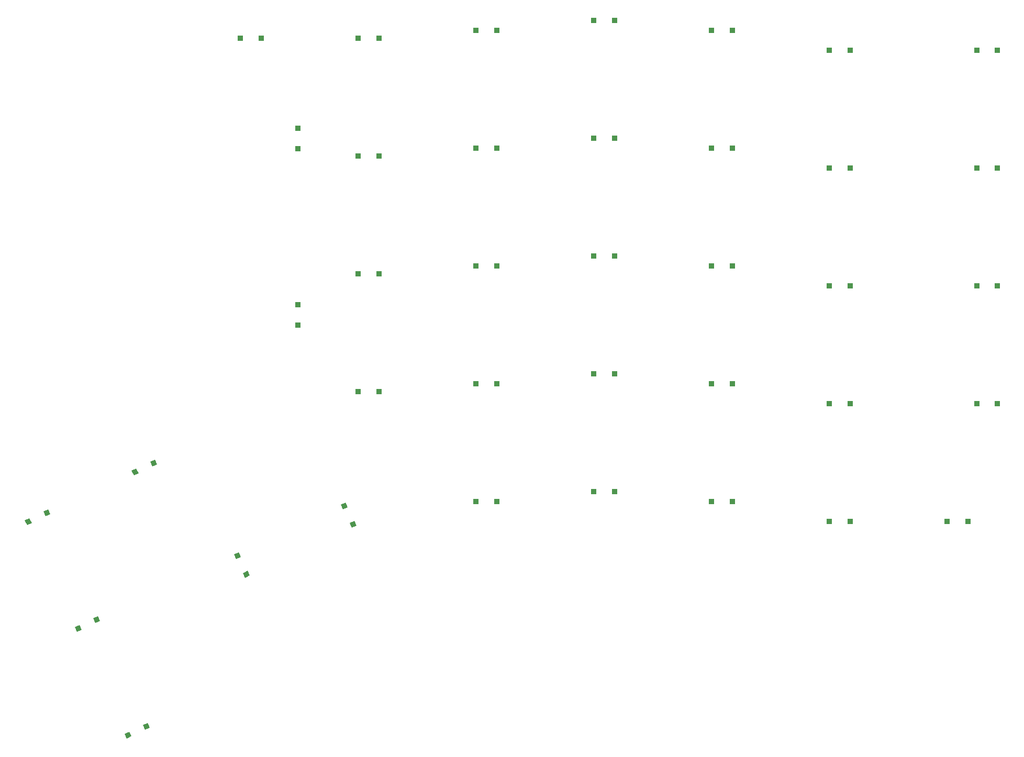
<source format=gbp>
G04 #@! TF.GenerationSoftware,KiCad,Pcbnew,5.0.2+dfsg1-1*
G04 #@! TF.CreationDate,2021-01-12T18:46:28+01:00*
G04 #@! TF.ProjectId,ErgoDOX,4572676f-444f-4582-9e6b-696361645f70,rev?*
G04 #@! TF.SameCoordinates,Original*
G04 #@! TF.FileFunction,Paste,Bot*
G04 #@! TF.FilePolarity,Positive*
%FSLAX46Y46*%
G04 Gerber Fmt 4.6, Leading zero omitted, Abs format (unit mm)*
G04 Created by KiCad (PCBNEW 5.0.2+dfsg1-1) date Tue 12 Jan 2021 06:46:28 PM CET*
%MOMM*%
%LPD*%
G01*
G04 APERTURE LIST*
%ADD10R,0.838200X0.838200*%
%ADD11C,0.838200*%
%ADD12C,0.150000*%
G04 APERTURE END LIST*
D10*
G04 #@! TO.C,SW1:9*
X112153700Y-147647660D03*
X108826300Y-147647660D03*
G04 #@! TD*
D11*
G04 #@! TO.C,SW0:10*
X87505815Y-148337305D03*
D12*
G36*
X88062768Y-148540019D02*
X87303101Y-148894258D01*
X86948862Y-148134591D01*
X87708529Y-147780352D01*
X88062768Y-148540019D01*
X88062768Y-148540019D01*
G37*
D11*
X88912035Y-151352953D03*
D12*
G36*
X89468988Y-151555667D02*
X88709321Y-151909906D01*
X88355082Y-151150239D01*
X89114749Y-150796000D01*
X89468988Y-151555667D01*
X89468988Y-151555667D01*
G37*
G04 #@! TD*
D10*
G04 #@! TO.C,SW1:13*
X185026300Y-150822660D03*
X188353700Y-150822660D03*
G04 #@! TD*
G04 #@! TO.C,SW2:13*
X189788800Y-131772660D03*
X193116200Y-131772660D03*
G04 #@! TD*
G04 #@! TO.C,SW3:13*
X193116200Y-112722660D03*
X189788800Y-112722660D03*
G04 #@! TD*
G04 #@! TO.C,SW4:13*
X193116200Y-93672660D03*
X189788800Y-93672660D03*
G04 #@! TD*
G04 #@! TO.C,SW5:13*
X189788800Y-74625200D03*
X193116200Y-74625200D03*
G04 #@! TD*
G04 #@! TO.C,SW5:8*
X93103700Y-72720200D03*
X89776300Y-72720200D03*
G04 #@! TD*
G04 #@! TO.C,SW4:11*
X150253700Y-90497660D03*
X146926300Y-90497660D03*
G04 #@! TD*
D11*
G04 #@! TO.C,SW0:11*
X70241435Y-156389105D03*
D12*
G36*
X70798388Y-156591819D02*
X70038721Y-156946058D01*
X69684482Y-156186391D01*
X70444149Y-155832152D01*
X70798388Y-156591819D01*
X70798388Y-156591819D01*
G37*
D11*
X71647655Y-159404753D03*
D12*
G36*
X72204608Y-159607467D02*
X71444941Y-159961706D01*
X71090702Y-159202039D01*
X71850369Y-158847800D01*
X72204608Y-159607467D01*
X72204608Y-159607467D01*
G37*
G04 #@! TD*
D10*
G04 #@! TO.C,SW1:10*
X131203700Y-146050000D03*
X127876300Y-146050000D03*
G04 #@! TD*
G04 #@! TO.C,SW1:12*
X169303700Y-150822660D03*
X165976300Y-150822660D03*
G04 #@! TD*
G04 #@! TO.C,SW2:8*
X93103700Y-129867660D03*
X89776300Y-129867660D03*
G04 #@! TD*
G04 #@! TO.C,SW2:9*
X112153700Y-128597660D03*
X108826300Y-128597660D03*
G04 #@! TD*
G04 #@! TO.C,SW2:10*
X131203700Y-127000000D03*
X127876300Y-127000000D03*
G04 #@! TD*
G04 #@! TO.C,SW2:11*
X150253700Y-128597660D03*
X146926300Y-128597660D03*
G04 #@! TD*
G04 #@! TO.C,SW2:12*
X169303700Y-131772660D03*
X165976300Y-131772660D03*
G04 #@! TD*
G04 #@! TO.C,SW3:8*
X93103700Y-110817660D03*
X89776300Y-110817660D03*
G04 #@! TD*
G04 #@! TO.C,SW3:9*
X112153700Y-109547660D03*
X108826300Y-109547660D03*
G04 #@! TD*
G04 #@! TO.C,SW3:10*
X131203700Y-107950000D03*
X127876300Y-107950000D03*
G04 #@! TD*
G04 #@! TO.C,SW3:11*
X150253700Y-109547660D03*
X146926300Y-109547660D03*
G04 #@! TD*
G04 #@! TO.C,SW4:9*
X112153700Y-90497660D03*
X108826300Y-90497660D03*
G04 #@! TD*
G04 #@! TO.C,SW4:10*
X131203700Y-88900000D03*
X127876300Y-88900000D03*
G04 #@! TD*
G04 #@! TO.C,SW4:12*
X169303700Y-93672660D03*
X165976300Y-93672660D03*
G04 #@! TD*
G04 #@! TO.C,SW1:11*
X150253700Y-147647660D03*
X146926300Y-147647660D03*
G04 #@! TD*
G04 #@! TO.C,SW5:9*
X112153700Y-71447660D03*
X108826300Y-71447660D03*
G04 #@! TD*
G04 #@! TO.C,SW5:10*
X131203700Y-69850000D03*
X127876300Y-69850000D03*
G04 #@! TD*
G04 #@! TO.C,SW5:11*
X150253700Y-71447660D03*
X146926300Y-71447660D03*
G04 #@! TD*
G04 #@! TO.C,SW5:12*
X169303700Y-74625200D03*
X165976300Y-74625200D03*
G04 #@! TD*
D11*
G04 #@! TO.C,SW0:8*
X56691495Y-141422395D03*
D12*
G36*
X56488781Y-141979348D02*
X56134542Y-141219681D01*
X56894209Y-140865442D01*
X57248448Y-141625109D01*
X56488781Y-141979348D01*
X56488781Y-141979348D01*
G37*
D11*
X53675847Y-142828615D03*
D12*
G36*
X53473133Y-143385568D02*
X53118894Y-142625901D01*
X53878561Y-142271662D01*
X54232800Y-143031329D01*
X53473133Y-143385568D01*
X53473133Y-143385568D01*
G37*
G04 #@! TD*
D11*
G04 #@! TO.C,SW0:7*
X39427115Y-149471655D03*
D12*
G36*
X39224401Y-150028608D02*
X38870162Y-149268941D01*
X39629829Y-148914702D01*
X39984068Y-149674369D01*
X39224401Y-150028608D01*
X39224401Y-150028608D01*
G37*
D11*
X36411467Y-150877875D03*
D12*
G36*
X36208753Y-151434828D02*
X35854514Y-150675161D01*
X36614181Y-150320922D01*
X36968420Y-151080589D01*
X36208753Y-151434828D01*
X36208753Y-151434828D01*
G37*
G04 #@! TD*
D11*
G04 #@! TO.C,SW0:12*
X55528175Y-184002955D03*
D12*
G36*
X55325461Y-184559908D02*
X54971222Y-183800241D01*
X55730889Y-183446002D01*
X56085128Y-184205669D01*
X55325461Y-184559908D01*
X55325461Y-184559908D01*
G37*
D11*
X52512527Y-185409175D03*
D12*
G36*
X52309813Y-185966128D02*
X51955574Y-185206461D01*
X52715241Y-184852222D01*
X53069480Y-185611889D01*
X52309813Y-185966128D01*
X52309813Y-185966128D01*
G37*
G04 #@! TD*
D11*
G04 #@! TO.C,SW0:9*
X47476375Y-166736035D03*
D12*
G36*
X47273661Y-167292988D02*
X46919422Y-166533321D01*
X47679089Y-166179082D01*
X48033328Y-166938749D01*
X47273661Y-167292988D01*
X47273661Y-167292988D01*
G37*
D11*
X44460727Y-168142255D03*
D12*
G36*
X44258013Y-168699208D02*
X43903774Y-167939541D01*
X44663441Y-167585302D01*
X45017680Y-168344969D01*
X44258013Y-168699208D01*
X44258013Y-168699208D01*
G37*
G04 #@! TD*
D10*
G04 #@! TO.C,SW4:8*
X93103700Y-91767660D03*
X89776300Y-91767660D03*
G04 #@! TD*
G04 #@! TO.C,SW2:7*
X80010000Y-115821460D03*
X80010000Y-119148860D03*
G04 #@! TD*
G04 #@! TO.C,SW4:7*
X80010000Y-87246460D03*
X80010000Y-90573860D03*
G04 #@! TD*
G04 #@! TO.C,SW5:7*
X74053700Y-72720200D03*
X70726300Y-72720200D03*
G04 #@! TD*
G04 #@! TO.C,SW3:12*
X169303700Y-112722660D03*
X165976300Y-112722660D03*
G04 #@! TD*
M02*

</source>
